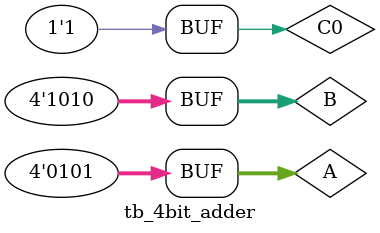
<source format=v>
module tb_4bit_adder;

	// Inputs
	reg [3:0] A;
	reg [3:0] B;
	reg C0;
	// Outputs
	wire [3:0] S;
	wire C4;
	// Instantiate the Unit Under Test (UUT)
	ripple_carry_4_bit_adder uut (
		.S(S), 
		.C4(C4), 
		.A(A), 
		.B(B), 
		.C0(C0)
	);

	initial begin
		// Initialize Inputs
		A = 0;
		B = 0;
		C0 = 0;
		// Add stimulus here
		#10 C0 = 0;
		#10 A = 4'ha; 
		#10 B = 4'h5;
		#20 A = 0; 
		#20 B = 0;
		#30 A = 4'h5; 
		#30 B = 4'ha;
		#40 C0 = 1;
		#50 A = 4'ha; 
		#50 B = 4'h5;
		#60 A = 0; 
		#60 B = 0;
		#70 A = 4'h5; 
		#70 B = 4'ha;

	end
      
endmodule
</source>
